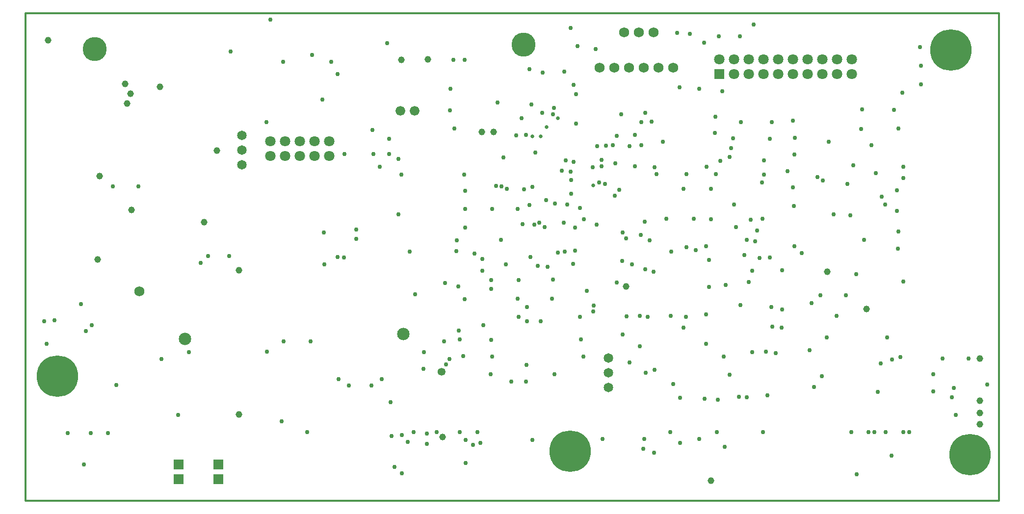
<source format=gbr>
G04 EasyPC Gerber Version 21.0.3 Build 4286 *
G04 #@! TF.Part,Single*
G04 #@! TF.FileFunction,Soldermask,Bot *
G04 #@! TF.FilePolarity,Negative *
%FSLAX35Y35*%
%MOIN*%
G04 #@! TA.AperFunction,ComponentPad*
%ADD100R,0.06600X0.06600*%
%ADD96R,0.07096X0.07096*%
G04 #@! TD.AperFunction*
%ADD13C,0.01200*%
G04 #@! TA.AperFunction,ViaPad*
%ADD103C,0.02569*%
%ADD101C,0.02962*%
G04 #@! TA.AperFunction,ComponentPad*
%ADD94C,0.04537*%
G04 #@! TA.AperFunction,ViaPad*
%ADD104C,0.05324*%
G04 #@! TA.AperFunction,ComponentPad*
%ADD99C,0.06506*%
%ADD98C,0.06600*%
%ADD95C,0.06899*%
%ADD97C,0.07096*%
G04 #@! TA.AperFunction,ViaPad*
%ADD102C,0.08474*%
G04 #@! TA.AperFunction,WasherPad*
%ADD93C,0.16348*%
%ADD92C,0.28159*%
X0Y0D02*
D02*
D13*
X2573Y600D02*
X663990D01*
Y332096*
X2573*
Y600*
D02*
D92*
X24307Y85394D03*
X372733Y34213D03*
X631313Y306899D03*
X644305Y32096D03*
D02*
D93*
X49898Y307835D03*
X341156Y310836D03*
D02*
D94*
X17927Y313592D03*
X51785Y164773D03*
X52967Y221466D03*
X70289Y284065D03*
X71864Y270679D03*
X74226Y277372D03*
X74620Y198238D03*
X93911Y282096D03*
X124226Y189970D03*
X132888Y238789D03*
X147848Y59261D03*
Y157293D03*
X258085Y300206D03*
X276195Y300600D03*
X286037Y43907D03*
X312809Y251387D03*
X320683D03*
X410841Y146269D03*
X468321Y14380D03*
X547455Y156506D03*
X574226Y130915D03*
X650998Y52569D03*
Y60443D03*
Y68710D03*
Y97450D03*
D02*
D95*
X80132Y143120D03*
X392665Y294932D03*
X402665Y294864D03*
X409266Y319104D03*
X412665Y294932D03*
X419266Y319104D03*
X422652Y294932D03*
X429266Y319104D03*
X432665Y294932D03*
X442665D03*
D02*
D96*
X474226Y290757D03*
D02*
D97*
X169187Y234911D03*
Y244911D03*
X179187Y234911D03*
Y244911D03*
X189187Y234911D03*
Y244911D03*
X199187Y234911D03*
Y244911D03*
X209187Y234911D03*
Y244911D03*
X474226Y300757D03*
X484226Y290757D03*
Y300757D03*
X494226Y290757D03*
Y300757D03*
X504226Y290757D03*
Y300757D03*
X514226Y290757D03*
Y300757D03*
X524226Y290757D03*
Y300757D03*
X534226Y290757D03*
Y300757D03*
X544226Y290757D03*
Y300757D03*
X554226Y290757D03*
Y300757D03*
X564226Y290757D03*
Y300757D03*
D02*
D98*
X257297Y265561D03*
X267114D03*
D02*
D99*
X149593Y239091D03*
X149661Y229091D03*
Y249091D03*
X398792Y77700D03*
Y97700D03*
X398860Y87700D03*
D02*
D100*
X106904Y15403D03*
Y25403D03*
X133675Y15403D03*
Y25403D03*
D02*
D101*
X15565Y122647D03*
X17140Y107293D03*
X22514Y123474D03*
X31313Y46663D03*
X40368Y134458D03*
X42337Y25403D03*
X43774Y115994D03*
X47061Y46663D03*
X47848Y119931D03*
X58872Y46663D03*
X62022Y214380D03*
X64384Y79340D03*
X79344Y214380D03*
X95093Y97057D03*
X106510Y58868D03*
X113596Y101781D03*
X121667Y162411D03*
X126589Y167135D03*
X141156D03*
X141943Y306112D03*
X166352Y258080D03*
X166746Y102175D03*
X169108Y327765D03*
X176589Y54537D03*
X177770Y299025D03*
X178163Y108868D03*
X193911Y47450D03*
X196274Y108868D03*
X197455Y303750D03*
X204541Y273435D03*
X205329Y182883D03*
X205722Y161230D03*
X210447Y298848D03*
X214778Y166348D03*
Y290757D03*
X215565Y83277D03*
X219108Y165954D03*
X219502Y236427D03*
X222258Y78946D03*
X227376Y178553D03*
Y184852D03*
X237612Y78946D03*
X238400Y252569D03*
X239187Y236427D03*
X243518Y227765D03*
X244699Y83277D03*
X248242Y311624D03*
X249817Y236427D03*
Y246663D03*
X250604Y67529D03*
X251392Y44694D03*
X253360Y23828D03*
X256116Y195482D03*
Y232883D03*
X258085Y222254D03*
X258478Y19498D03*
Y45482D03*
X262415Y40757D03*
X263596Y169891D03*
X266352Y47450D03*
X267533Y141151D03*
X273045Y90364D03*
X273439Y101781D03*
X275407Y39183D03*
Y46269D03*
X282100Y47450D03*
X287219Y108868D03*
X287612Y148631D03*
X288400Y93513D03*
X290762Y97057D03*
X291156Y265954D03*
X291549Y280521D03*
X293518Y300206D03*
X293911Y253750D03*
X295486Y170285D03*
X295880Y177765D03*
X296667Y146269D03*
X297061Y116348D03*
X297848Y47450D03*
Y110443D03*
X300211Y99025D03*
X300604Y222254D03*
X300998Y137608D03*
Y300206D03*
X301392Y186427D03*
Y199025D03*
Y211230D03*
X301785Y26191D03*
Y41939D03*
X306904Y38789D03*
X307691Y168710D03*
X309659Y47450D03*
X311628Y39970D03*
X313006Y156899D03*
Y165167D03*
X313596Y119891D03*
X318715Y86820D03*
X319108Y110049D03*
Y144694D03*
Y150600D03*
X319896Y98631D03*
Y199025D03*
X322258Y214773D03*
X323439Y271466D03*
X325801Y178159D03*
X326195Y214380D03*
X327376Y233868D03*
X328951Y161230D03*
X329738Y212805D03*
X332888Y81702D03*
X336037Y249025D03*
X337219Y138002D03*
Y199025D03*
X337612Y125797D03*
Y150600D03*
X339581Y260836D03*
X340368Y188789D03*
X341549Y212411D03*
X342730Y81702D03*
Y249419D03*
X343124Y93120D03*
X343518Y122647D03*
Y132490D03*
X345093Y201781D03*
Y293907D03*
X345880Y166348D03*
X346274Y269891D03*
X347061Y41939D03*
Y213986D03*
X348242Y188395D03*
X349226Y237214D03*
X350801Y160443D03*
X351785Y189576D03*
X352573Y122647D03*
X353754Y264380D03*
X354148Y291545D03*
X355329Y186820D03*
X356510Y204931D03*
X357297Y159655D03*
X360447Y138002D03*
X361234Y150994D03*
Y263198D03*
X361628Y267529D03*
X362022Y86820D03*
X362415Y202529D03*
X364384Y169498D03*
X367140Y225009D03*
X368321Y189576D03*
X368715Y292332D03*
X369108Y169891D03*
X369896Y232096D03*
X370683Y202175D03*
X373045Y224222D03*
Y321860D03*
X373439Y209261D03*
Y218710D03*
X374620Y161624D03*
X375014Y230915D03*
Y283277D03*
X376195Y170679D03*
Y186427D03*
X376589Y256899D03*
Y276978D03*
X377770Y309655D03*
X379344Y125797D03*
Y199813D03*
X380132Y110443D03*
X381707Y98631D03*
X382100Y191939D03*
X384069Y143513D03*
X388006Y227372D03*
X388400Y129340D03*
X388793Y133474D03*
X389974Y307687D03*
X390762Y188395D03*
X391156Y241545D03*
X392337Y217135D03*
X393911Y228159D03*
Y232490D03*
X394699Y42726D03*
X396274Y215954D03*
X397061Y241939D03*
X401785Y242332D03*
X402967Y208080D03*
X403360Y230128D03*
X404541Y149025D03*
Y248631D03*
X406116Y212017D03*
X407297Y263198D03*
X408085Y163592D03*
X408478Y113592D03*
Y182883D03*
X410841Y178946D03*
X411234Y125994D03*
X413006Y94694D03*
X413203Y241545D03*
X414778Y161230D03*
X416746Y228159D03*
Y249419D03*
X420230Y105718D03*
Y126191D03*
X420880Y181309D03*
X421077Y242332D03*
Y258080D03*
X422258Y36033D03*
X423045Y42726D03*
X423439Y190364D03*
X423833Y158080D03*
Y264380D03*
X424226Y87608D03*
X425407Y125797D03*
X426589Y177765D03*
X428163Y258474D03*
X429344Y156506D03*
X429738Y33277D03*
X430132Y227372D03*
X430230Y89576D03*
X431313Y222647D03*
X435644Y244694D03*
X438006Y192332D03*
X440762Y47450D03*
X441156Y126191D03*
X441549Y169891D03*
X442730Y80128D03*
X445486Y318710D03*
X447061Y281702D03*
X447455Y39970D03*
Y70679D03*
X449817Y118317D03*
Y212529D03*
X451392Y125797D03*
X451785Y173041D03*
Y222647D03*
X454148Y317923D03*
X456904Y192332D03*
X458085Y171072D03*
X460250Y42726D03*
X460447Y280521D03*
X463793Y312017D03*
X464187Y69891D03*
X465171Y173828D03*
X465230Y107293D03*
Y127372D03*
X465565Y227529D03*
X467140Y146072D03*
Y164183D03*
X468321Y191939D03*
Y212529D03*
X471077Y250600D03*
X471470Y261624D03*
X471864Y222647D03*
X472258Y47450D03*
X473045Y69498D03*
X473833Y316348D03*
X474620Y231702D03*
X476195Y278946D03*
X476982Y98631D03*
X477770Y37214D03*
X478557Y147450D03*
X480919Y86427D03*
Y234458D03*
X482100Y240364D03*
X483281Y247057D03*
X484069Y202175D03*
X485250Y186820D03*
X487415Y71466D03*
X488203Y316348D03*
X488400Y133671D03*
X488793Y258080D03*
X491156Y167529D03*
X492730Y71072D03*
Y178159D03*
X493911Y149419D03*
X495486Y191545D03*
X496274Y101781D03*
Y156899D03*
X497455Y324222D03*
X498242Y176978D03*
X499817Y184458D03*
X501392Y165561D03*
X502967Y217135D03*
X503360Y192332D03*
X503754Y47450D03*
X504541Y222254D03*
Y232096D03*
X505722Y102175D03*
X506707Y72254D03*
X508478Y165954D03*
Y246663D03*
X509266Y132490D03*
X509659Y258080D03*
X510053Y119104D03*
X512415Y100994D03*
X516352Y118317D03*
X516746Y130521D03*
Y157293D03*
X520289Y224616D03*
X524226Y213592D03*
Y258868D03*
X524620Y200994D03*
X525014Y173828D03*
Y236033D03*
X525407Y247450D03*
X530132Y169104D03*
X535250Y102962D03*
X536825Y134852D03*
X538400Y78159D03*
X540762Y220679D03*
X542730Y140364D03*
X543715Y85246D03*
X544305Y218317D03*
X547061Y111624D03*
X548242Y244694D03*
X551738Y195482D03*
X553754Y126191D03*
X560053Y140364D03*
X561234Y215954D03*
X563203Y194694D03*
X563596Y47450D03*
X565171Y228553D03*
X567140Y154537D03*
X567533Y18710D03*
X570289Y253356D03*
X571077Y266742D03*
X572258Y178159D03*
X575407Y47450D03*
X577376Y242332D03*
X579344Y47450D03*
X580526Y223435D03*
X581707Y74616D03*
X583675Y93907D03*
X584463Y207293D03*
X586825Y202175D03*
X587219Y47450D03*
X588006Y111624D03*
X591156Y31309D03*
X591549Y96663D03*
X592730Y266348D03*
X594699Y197844D03*
Y211820D03*
X595486Y171860D03*
X595880Y183671D03*
Y253750D03*
X597061Y98238D03*
X598242Y278159D03*
X599030Y47450D03*
Y149813D03*
Y219891D03*
Y227765D03*
X602967Y47450D03*
X610447Y308868D03*
X611234Y283671D03*
Y296269D03*
X619502Y75009D03*
Y86820D03*
X625801Y97450D03*
X632100Y71072D03*
X633281Y77372D03*
X634856Y58868D03*
X643518Y97450D03*
X656116Y79734D03*
D02*
D102*
X111234Y110836D03*
X259266Y113986D03*
D02*
D103*
X347061Y248238D03*
X352573D03*
X356904Y254537D03*
X364384Y260836D03*
X388400Y215167D03*
D02*
D104*
X285250Y88395D03*
X0Y0D02*
M02*

</source>
